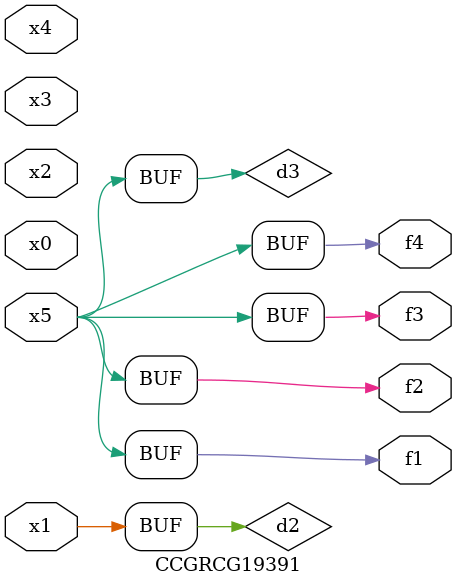
<source format=v>
module CCGRCG19391(
	input x0, x1, x2, x3, x4, x5,
	output f1, f2, f3, f4
);

	wire d1, d2, d3;

	not (d1, x5);
	or (d2, x1);
	xnor (d3, d1);
	assign f1 = d3;
	assign f2 = d3;
	assign f3 = d3;
	assign f4 = d3;
endmodule

</source>
